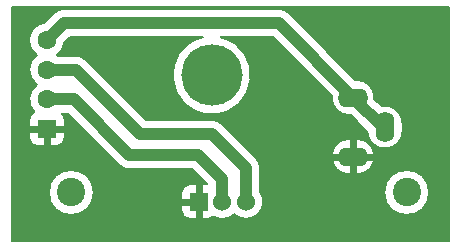
<source format=gbl>
G04 Layer: BottomLayer*
G04 EasyEDA Pro v2.2.40.8, 2025-09-24 12:34:01*
G04 Gerber Generator version 0.3*
G04 Scale: 100 percent, Rotated: No, Reflected: No*
G04 Dimensions in millimeters*
G04 Leading zeros omitted, absolute positions, 4 integers and 5 decimals*
G04 Generated by custom config*
%FSLAX45Y45*%
%MOMM*%
%ADD10C,0.2032*%
%ADD11C,0.6*%
%ADD12C,1.6*%
%ADD13R,1.6X1.524*%
%ADD14C,1.524*%
%ADD15R,1.524X1.524*%
%ADD16C,5.2041*%
%ADD17C,5.2*%
%ADD18C,2.4*%
%ADD19O,2.6X1.6*%
%ADD20O,1.6X2.6*%
%ADD21C,1.0*%
G75*


G04 Copper Start*
G36*
G01X-10160Y10160D02*
G01X-10160Y1989840D01*
G01X-3709840Y1989840D01*
G01X-3709840Y882294D01*
G01X-3566714Y882294D01*
G01X-3566714Y1034694D01*
G01X-3565284Y1048811D01*
G01X-3561054Y1062353D01*
G01X-3554194Y1074773D01*
G01X-3544984Y1085566D01*
G01X-3533798Y1094293D01*
G01X-3521088Y1100601D01*
G01X-3535892Y1117282D01*
G01X-3548067Y1135969D01*
G01X-3557345Y1156250D01*
G01X-3563521Y1177681D01*
G01X-3566461Y1199789D01*
G01X-3566099Y1222089D01*
G01X-3562444Y1244090D01*
G01X-3555576Y1265309D01*
G01X-3545646Y1285279D01*
G01X-3532871Y1303561D01*
G01X-3517534Y1319754D01*
G01X-3499972Y1333500D01*
G01X-3519201Y1348786D01*
G01X-3535685Y1366998D01*
G01X-3548986Y1387650D01*
G01X-3558747Y1410192D01*
G01X-3564710Y1434022D01*
G01X-3566714Y1458505D01*
G01X-3564706Y1482987D01*
G01X-3558740Y1506816D01*
G01X-3548975Y1529357D01*
G01X-3535671Y1550007D01*
G01X-3519184Y1568216D01*
G01X-3499953Y1583500D01*
G01X-3517757Y1597461D01*
G01X-3533265Y1613936D01*
G01X-3546127Y1632550D01*
G01X-3556051Y1652883D01*
G01X-3562813Y1674474D01*
G01X-3566260Y1696836D01*
G01X-3566314Y1719461D01*
G01X-3562974Y1741839D01*
G01X-3556315Y1763462D01*
G01X-3546487Y1783842D01*
G01X-3533714Y1802517D01*
G01X-3518284Y1819065D01*
G01X-3500547Y1833112D01*
G01X-3480904Y1844339D01*
G01X-3459798Y1852492D01*
G01X-3437709Y1857388D01*
G01X-3355751Y1939345D01*
G01X-3341383Y1951617D01*
G01X-3325272Y1961490D01*
G01X-3307816Y1968720D01*
G01X-3289442Y1973131D01*
G01X-3270606Y1974614D01*
G01X-1454201Y1974614D01*
G01X-1435364Y1973131D01*
G01X-1416991Y1968720D01*
G01X-1399534Y1961490D01*
G01X-1383423Y1951617D01*
G01X-1369055Y1939345D01*
G01X-804123Y1374413D01*
G01X-794000Y1374413D01*
G01X-769502Y1372404D01*
G01X-745658Y1366433D01*
G01X-723105Y1356657D01*
G01X-702445Y1343339D01*
G01X-684230Y1326833D01*
G01X-668947Y1307582D01*
G01X-657004Y1286098D01*
G01X-648719Y1262956D01*
G01X-644314Y1238773D01*
G01X-643906Y1214196D01*
G01X-581563Y1151853D01*
G01X-557720Y1154354D01*
G01X-533783Y1153036D01*
G01X-510359Y1147931D01*
G01X-488043Y1139169D01*
G01X-467404Y1126973D01*
G01X-448964Y1111653D01*
G01X-433192Y1093598D01*
G01X-420489Y1073266D01*
G01X-411178Y1051175D01*
G01X-405495Y1027884D01*
G01X-403584Y1003987D01*
G01X-403584Y1003987D01*
G01X-403584Y943987D01*
G01X-405548Y919760D01*
G01X-411388Y896167D01*
G01X-420952Y873822D01*
G01X-433991Y853309D01*
G01X-450163Y835163D01*
G01X-469046Y819860D01*
G01X-490148Y807798D01*
G01X-512917Y799292D01*
G01X-536759Y794564D01*
G01X-561050Y793739D01*
G01X-585158Y796836D01*
G01X-608452Y803776D01*
G01X-630324Y814378D01*
G01X-650203Y828363D01*
G01X-667570Y845368D01*
G01X-681971Y864949D01*
G01X-693031Y886593D01*
G01X-700460Y909735D01*
G01X-704064Y933773D01*
G01X-843877Y1073585D01*
G01X-854000Y1073585D01*
G01X-878498Y1075594D01*
G01X-902342Y1081566D01*
G01X-924895Y1091341D01*
G01X-945555Y1104659D01*
G01X-963770Y1121165D01*
G01X-979053Y1140416D01*
G01X-990996Y1161900D01*
G01X-999281Y1185042D01*
G01X-1003686Y1209225D01*
G01X-1004094Y1233802D01*
G01X-1504078Y1733786D01*
G01X-1944987Y1733786D01*
G01X-1910778Y1723839D01*
G01X-1877839Y1710268D01*
G01X-1846553Y1693228D01*
G01X-1817283Y1672920D01*
G01X-1790370Y1649578D01*
G01X-1766126Y1623474D01*
G01X-1744833Y1594912D01*
G01X-1726740Y1564223D01*
G01X-1712056Y1531765D01*
G01X-1700951Y1497914D01*
G01X-1693556Y1463065D01*
G01X-1689956Y1427622D01*
G01X-1690192Y1391997D01*
G01X-1694263Y1356605D01*
G01X-1702120Y1321857D01*
G01X-1713673Y1288157D01*
G01X-1728787Y1255896D01*
G01X-1747287Y1225450D01*
G01X-1768956Y1197173D01*
G01X-1793545Y1171394D01*
G01X-1820766Y1148411D01*
G01X-1850303Y1128493D01*
G01X-1881812Y1111871D01*
G01X-1914929Y1098738D01*
G01X-1949266Y1089246D01*
G01X-1984426Y1083507D01*
G01X-2020000Y1081586D01*
G01X-2055574Y1083507D01*
G01X-2090734Y1089246D01*
G01X-2125071Y1098738D01*
G01X-2158188Y1111871D01*
G01X-2189698Y1128493D01*
G01X-2219235Y1148411D01*
G01X-2246455Y1171394D01*
G01X-2271044Y1197173D01*
G01X-2292713Y1225450D01*
G01X-2311213Y1255896D01*
G01X-2326327Y1288157D01*
G01X-2337880Y1321857D01*
G01X-2345737Y1356605D01*
G01X-2349808Y1391997D01*
G01X-2350044Y1427622D01*
G01X-2346444Y1463065D01*
G01X-2339049Y1497914D01*
G01X-2327944Y1531765D01*
G01X-2313260Y1564223D01*
G01X-2295167Y1594912D01*
G01X-2273874Y1623474D01*
G01X-2249630Y1649578D01*
G01X-2222717Y1672920D01*
G01X-2193447Y1693228D01*
G01X-2162161Y1710268D01*
G01X-2129222Y1723839D01*
G01X-2095013Y1733786D01*
G01X-3220729Y1733786D01*
G01X-3267418Y1687097D01*
G01X-3271849Y1666574D01*
G01X-3279096Y1646867D01*
G01X-3289016Y1628362D01*
G01X-3301416Y1611418D01*
G01X-3316055Y1596366D01*
G01X-3332647Y1583500D01*
G01X-3326162Y1578907D01*
G01X-3172993Y1578907D01*
G01X-3154157Y1577425D01*
G01X-3135783Y1573014D01*
G01X-3118327Y1565783D01*
G01X-3102216Y1555910D01*
G01X-3087848Y1543639D01*
G01X-2579023Y1034814D01*
G01X-2019300Y1034814D01*
G01X-2000463Y1033331D01*
G01X-1982090Y1028920D01*
G01X-1964633Y1021690D01*
G01X-1948522Y1011817D01*
G01X-1934155Y999545D01*
G01X-1658609Y724000D01*
G01X-1004414Y724000D01*
G01X-1002562Y747530D01*
G01X-997052Y770480D01*
G01X-988019Y792286D01*
G01X-975687Y812411D01*
G01X-960358Y830359D01*
G01X-942411Y845687D01*
G01X-922286Y858020D01*
G01X-900480Y867052D01*
G01X-877530Y872562D01*
G01X-854000Y874414D01*
G01X-854000Y874414D01*
G01X-794000Y874414D01*
G01X-770470Y872562D01*
G01X-747520Y867052D01*
G01X-725714Y858020D01*
G01X-705589Y845687D01*
G01X-687641Y830359D01*
G01X-672313Y812411D01*
G01X-659980Y792286D01*
G01X-650948Y770480D01*
G01X-645438Y747530D01*
G01X-643586Y724000D01*
G01X-645438Y700470D01*
G01X-650948Y677520D01*
G01X-659980Y655714D01*
G01X-672313Y635589D01*
G01X-687641Y617642D01*
G01X-705589Y602313D01*
G01X-725714Y589980D01*
G01X-747520Y580948D01*
G01X-770470Y575438D01*
G01X-794000Y573586D01*
G01X-854000Y573586D01*
G01X-877530Y575438D01*
G01X-900480Y580948D01*
G01X-922286Y589980D01*
G01X-942411Y602313D01*
G01X-960358Y617642D01*
G01X-975687Y635589D01*
G01X-988019Y655714D01*
G01X-997052Y677520D01*
G01X-1002562Y700470D01*
G01X-1004414Y724000D01*
G01X-1658609Y724000D01*
G01X-1645255Y710646D01*
G01X-1632984Y696278D01*
G01X-1623111Y680167D01*
G01X-1615880Y662710D01*
G01X-1611469Y644337D01*
G01X-1609986Y625500D01*
G01X-1609986Y426545D01*
G01X-1606189Y420000D01*
G01X-560414Y420000D01*
G01X-558476Y447099D01*
G01X-552701Y473646D01*
G01X-543207Y499101D01*
G01X-530186Y522945D01*
G01X-513905Y544695D01*
G01X-494695Y563905D01*
G01X-472946Y580186D01*
G01X-449101Y593206D01*
G01X-423646Y602701D01*
G01X-397099Y608476D01*
G01X-370000Y610414D01*
G01X-342901Y608476D01*
G01X-316354Y602701D01*
G01X-290899Y593206D01*
G01X-267054Y580186D01*
G01X-245305Y563905D01*
G01X-226095Y544695D01*
G01X-209814Y522945D01*
G01X-196793Y499101D01*
G01X-187299Y473646D01*
G01X-181524Y447099D01*
G01X-179586Y420000D01*
G01X-179586Y420000D01*
G01X-181524Y392901D01*
G01X-187299Y366354D01*
G01X-196793Y340899D01*
G01X-209814Y317054D01*
G01X-226095Y295305D01*
G01X-245305Y276095D01*
G01X-267054Y259814D01*
G01X-290899Y246793D01*
G01X-316354Y237299D01*
G01X-342901Y231524D01*
G01X-370000Y229586D01*
G01X-397099Y231524D01*
G01X-423646Y237299D01*
G01X-449101Y246793D01*
G01X-472946Y259814D01*
G01X-494695Y276095D01*
G01X-513905Y295305D01*
G01X-530186Y317054D01*
G01X-543207Y340899D01*
G01X-552701Y366354D01*
G01X-558476Y392901D01*
G01X-560414Y420000D01*
G01X-1606189Y420000D01*
G01X-1598028Y405937D01*
G01X-1589566Y383663D01*
G01X-1584824Y360313D01*
G01X-1583926Y336503D01*
G01X-1586897Y312862D01*
G01X-1593658Y290014D01*
G01X-1604030Y268564D01*
G01X-1617740Y249076D01*
G01X-1634426Y232067D01*
G01X-1653646Y217985D01*
G01X-1674893Y207202D01*
G01X-1697607Y200003D01*
G01X-1721186Y196578D01*
G01X-1745009Y197018D01*
G01X-1768446Y201311D01*
G01X-1790878Y209343D01*
G01X-1811713Y220903D01*
G01X-1830400Y235685D01*
G01X-1848799Y221096D01*
G01X-1869290Y209631D01*
G01X-1891349Y201585D01*
G01X-1914409Y197163D01*
G01X-1937880Y196480D01*
G01X-1961158Y199551D01*
G01X-1983648Y206300D01*
G01X-2004772Y216552D01*
G01X-2015399Y207943D01*
G01X-2027490Y201551D01*
G01X-2040588Y197617D01*
G01X-2054200Y196289D01*
G01X-2206600Y196289D01*
G01X-2222268Y198054D01*
G01X-2237151Y203262D01*
G01X-2250502Y211651D01*
G01X-2261651Y222800D01*
G01X-2270040Y236151D01*
G01X-2275248Y251034D01*
G01X-2277013Y266703D01*
G01X-2277013Y419103D01*
G01X-2275248Y434771D01*
G01X-2270040Y449654D01*
G01X-2261651Y463005D01*
G01X-2250502Y474154D01*
G01X-2237151Y482543D01*
G01X-2222268Y487751D01*
G01X-2206600Y489516D01*
G01X-2056807Y489516D01*
G01X-2183477Y616186D01*
G01X-2717800Y616186D01*
G01X-2736637Y617669D01*
G01X-2755010Y622080D01*
G01X-2772467Y629310D01*
G01X-2788578Y639183D01*
G01X-2802945Y651455D01*
G01X-3239584Y1088093D01*
G01X-3290401Y1088093D01*
G01X-3280057Y1077060D01*
G01X-3272308Y1064073D01*
G01X-3267510Y1049730D01*
G01X-3265886Y1034694D01*
G01X-3265886Y882294D01*
G01X-3267652Y866626D01*
G01X-3272859Y851743D01*
G01X-3281248Y838392D01*
G01X-3292398Y827243D01*
G01X-3305749Y818854D01*
G01X-3320632Y813646D01*
G01X-3336300Y811881D01*
G01X-3496300Y811881D01*
G01X-3511968Y813646D01*
G01X-3526851Y818854D01*
G01X-3540202Y827243D01*
G01X-3551352Y838392D01*
G01X-3559741Y851743D01*
G01X-3564948Y866626D01*
G01X-3566714Y882294D01*
G01X-3709840Y882294D01*
G01X-3709840Y420000D01*
G01X-3400414Y420000D01*
G01X-3398476Y447099D01*
G01X-3392701Y473646D01*
G01X-3383207Y499101D01*
G01X-3370186Y522945D01*
G01X-3353905Y544695D01*
G01X-3334695Y563905D01*
G01X-3312945Y580186D01*
G01X-3289101Y593206D01*
G01X-3263646Y602701D01*
G01X-3237099Y608476D01*
G01X-3210000Y610414D01*
G01X-3182901Y608476D01*
G01X-3156354Y602701D01*
G01X-3130899Y593206D01*
G01X-3107054Y580186D01*
G01X-3085305Y563905D01*
G01X-3066095Y544695D01*
G01X-3049814Y522945D01*
G01X-3036793Y499101D01*
G01X-3027299Y473646D01*
G01X-3021524Y447099D01*
G01X-3019586Y420000D01*
G01X-3019586Y420000D01*
G01X-3021524Y392901D01*
G01X-3027299Y366354D01*
G01X-3036793Y340899D01*
G01X-3049814Y317054D01*
G01X-3066095Y295305D01*
G01X-3085305Y276095D01*
G01X-3107054Y259814D01*
G01X-3130899Y246793D01*
G01X-3156354Y237299D01*
G01X-3182901Y231524D01*
G01X-3210000Y229586D01*
G01X-3237099Y231524D01*
G01X-3263646Y237299D01*
G01X-3289101Y246793D01*
G01X-3312945Y259814D01*
G01X-3334695Y276095D01*
G01X-3353905Y295305D01*
G01X-3370186Y317054D01*
G01X-3383207Y340899D01*
G01X-3392701Y366354D01*
G01X-3398476Y392901D01*
G01X-3400414Y420000D01*
G01X-3709840Y420000D01*
G01X-3709840Y10160D01*
G01X-10160Y10160D01*
G37*
G54D10*
G01X-10160Y10160D02*
G01X-10160Y1989840D01*
G01X-3709840Y1989840D01*
G01X-3709840Y10160D01*
G01X-10160Y10160D01*
G01X-179586Y420000D02*
G02X-560414Y420000I-190414J0D01*
G02X-179586Y420000I190414J0D01*
G01X-403584Y1003987D02*
G01X-403584Y943987D01*
G02X-704064Y933773I-150414J0D01*
G01X-843877Y1073585D01*
G01X-854000Y1073585D01*
G02X-1004094Y1233802I0J150414D01*
G01X-1504078Y1733786D01*
G01X-1944987Y1733786D01*
G02X-2020000Y1081586I-75013J-321786D01*
G02X-2095013Y1733786I0J330414D01*
G01X-3220729Y1733786D01*
G01X-3267418Y1687097D01*
G02X-3332647Y1583500I-148882J21409D01*
G02X-3326162Y1578907I-83653J-125006D01*
G01X-3172993Y1578907D01*
G02X-3087848Y1543639I0J-120414D01*
G01X-2579023Y1034814D01*
G01X-2019300Y1034814D01*
G02X-1934155Y999545I0J-120414D01*
G01X-1645255Y710646D01*
G02X-1609986Y625500I-85145J-85145D01*
G01X-1609986Y426545D01*
G02X-1634426Y232067I-120414J-83643D01*
G02X-1830400Y235685I-95975J110835D01*
G02X-2004772Y216552I-100000J107218D01*
G02X-2054200Y196289I-49427J50150D01*
G01X-2206600Y196289D01*
G02X-2277013Y266703I0J70414D01*
G01X-2277013Y419103D01*
G02X-2206600Y489516I70414J0D01*
G01X-2056807Y489516D01*
G01X-2183477Y616186D01*
G01X-2717800Y616186D01*
G02X-2802945Y651455I0J120414D01*
G01X-3239584Y1088093D01*
G01X-3290401Y1088093D01*
G02X-3265886Y1034694I-45899J-53398D01*
G01X-3265886Y882294D01*
G02X-3336300Y811881I-70414J0D01*
G01X-3496300Y811881D01*
G02X-3566714Y882294I0J70414D01*
G01X-3566714Y1034694D01*
G02X-3521088Y1100601I70414J0D01*
G02X-3566099Y1222089I104788J107906D01*
G02X-3499972Y1333500I149799J-13582D01*
G02X-3566714Y1458505I83672J124993D01*
G02X-3499953Y1583500I150414J-11D01*
G02X-3562974Y1741839I83653J125006D01*
G02X-3437709Y1857388I146674J-33333D01*
G01X-3355751Y1939345D01*
G02X-3270606Y1974614I85145J-85145D01*
G01X-1454201Y1974614D01*
G02X-1369055Y1939345I0J-120414D01*
G01X-804123Y1374413D01*
G01X-794000Y1374413D01*
G02X-643906Y1214196I0J-150414D01*
G01X-581563Y1151853D01*
G02X-403584Y1003987I27565J-147866D01*
G01X-854000Y874414D02*
G01X-794000Y874414D01*
G02X-794000Y573586I0J-150414D01*
G01X-854000Y573586D01*
G02X-854000Y874414I0J150414D01*
G01X-3019586Y420000D02*
G02X-3400414Y420000I-190414J0D01*
G02X-3019586Y420000I190414J0D01*
G54D11*
G01X-714254Y724000D02*
G01X-653746Y724000D01*
G01X-933746Y724000D02*
G01X-994254Y724000D01*
G01X-824000Y803746D02*
G01X-824000Y864254D01*
G01X-824000Y644254D02*
G01X-824000Y583746D01*
G01X-2206346Y342903D02*
G01X-2266853Y342903D01*
G01X-2130400Y266957D02*
G01X-2130400Y206449D01*
G01X-2130400Y418849D02*
G01X-2130400Y479356D01*
G01X-3416300Y882548D02*
G01X-3416300Y822041D01*
G01X-3336554Y958494D02*
G01X-3276046Y958494D01*
G01X-3496046Y958494D02*
G01X-3556554Y958494D01*
G04 Copper End*

G04 Pad Start*
G54D12*
G01X-3416300Y1708506D03*
G01X-3416300Y1458493D03*
G01X-3416300Y1208507D03*
G54D13*
G01X-3416300Y958494D03*
G54D14*
G01X-1730400Y342903D03*
G01X-1930400Y342903D03*
G54D15*
G01X-2130400Y342903D03*
G54D17*
G01X-2020000Y1412000D03*
G54D18*
G01X-370000Y420000D03*
G01X-3210000Y420000D03*
G54D19*
G01X-824000Y724000D03*
G01X-824000Y1223999D03*
G54D20*
G01X-553998Y973987D03*
G04 Pad End*

G04 Track Start*
G54D21*
G01X-1730400Y342903D02*
G01X-1730400Y625500D01*
G01X-1930400Y342903D02*
G01X-1930400Y533400D01*
G01X-2133600Y736600D01*
G01X-1730400Y625500D02*
G01X-2019300Y914400D01*
G01X-2628900Y914400D01*
G01X-3172993Y1458493D01*
G01X-3416300Y1458493D01*
G01X-2133600Y736600D02*
G01X-2717800Y736600D01*
G01X-3189707Y1208507D01*
G01X-3416300Y1208507D01*
G01X-3416300Y1708506D02*
G01X-3270606Y1854200D01*
G01X-1454201Y1854200D01*
G01X-824000Y1223999D01*
G01X-824000Y1223999D02*
G01X-573988Y973987D01*
G01X-553998Y973987D01*
G04 Track End*

M02*


</source>
